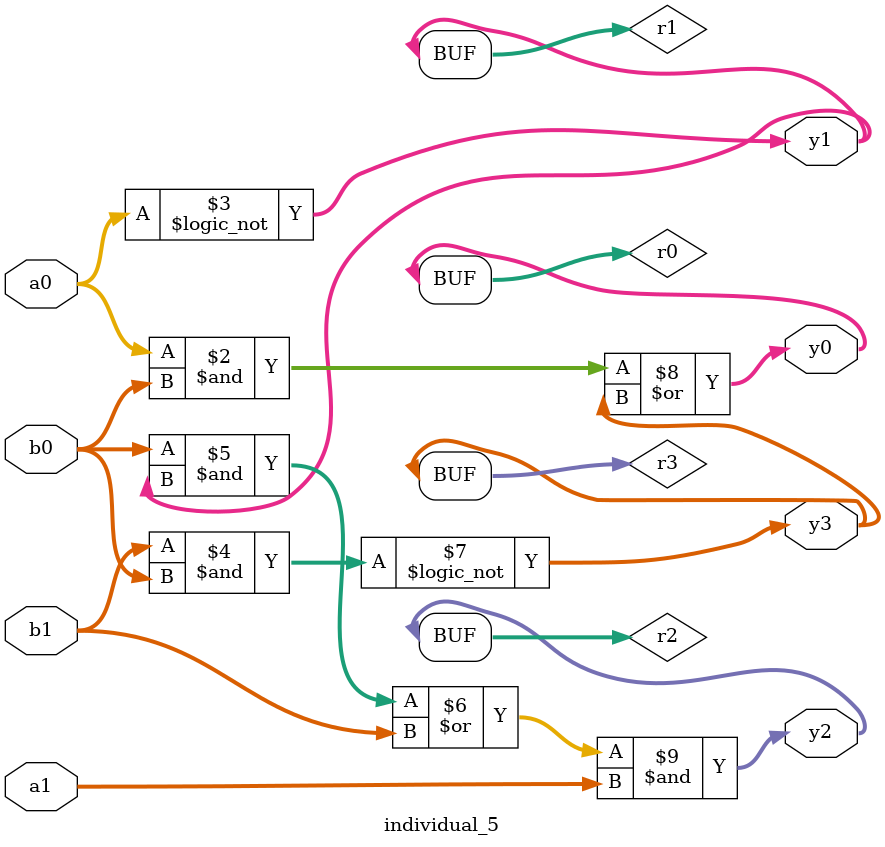
<source format=sv>
module individual_5(input logic [15:0] a1, input logic [15:0] a0, input logic [15:0] b1, input logic [15:0] b0, output logic [15:0] y3, output logic [15:0] y2, output logic [15:0] y1, output logic [15:0] y0);
logic [15:0] r0, r1, r2, r3; 
 always@(*) begin 
	 r0 = a0; r1 = a1; r2 = b0; r3 = b1; 
 	 r0  &=  r2 ;
 	 r1 = ! a0 ;
 	 r3  &=  r2 ;
 	 r2  &=  r1 ;
 	 r2  |=  b1 ;
 	 r3 = ! r3 ;
 	 r0  |=  r3 ;
 	 r2  &=  a1 ;
 	 y3 = r3; y2 = r2; y1 = r1; y0 = r0; 
end
endmodule
</source>
